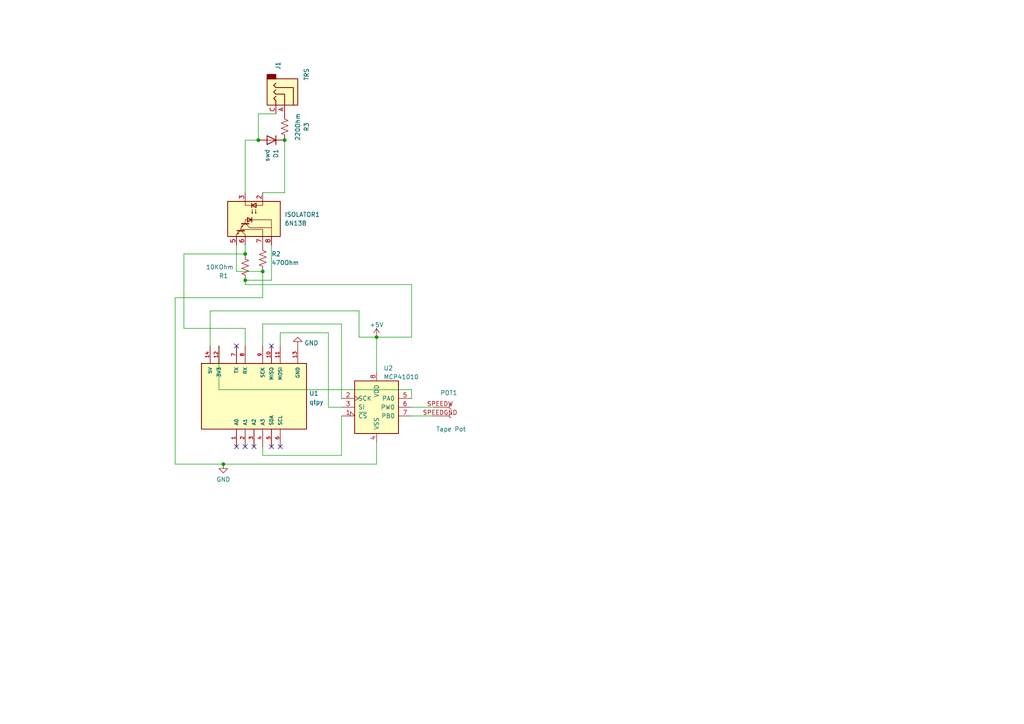
<source format=kicad_sch>
(kicad_sch (version 20211123) (generator eeschema)
  (paper "A4")
  (lib_symbols
    (symbol "Connector:AudioJack3"
      (property "Reference" "J1" (at -8.89 -1.905 0))
      (property "Value" "TRS" (at -6.35 6.35 0))
      (symbol "AudioJack3_0_1"
        (rectangle (start -5.08 -5.08) (end -6.35 -2.54) (stroke (width 0.254)) (fill (type outline)))
        (polyline (pts (xy 0 -2.54) (xy 0.635 -3.175) (xy 1.27 -2.54) (xy 2.54 -2.54)) (stroke (width 0.254)))
        (polyline (pts (xy -1.905 -2.54) (xy -1.27 -3.175) (xy -0.635 -2.54) (xy -0.635 0) (xy 2.54 0)) (stroke (width 0.254)))
        (polyline (pts (xy 2.54 2.54) (xy -2.54 2.54) (xy -2.54 -2.54) (xy -3.175 -3.175) (xy -3.81 -2.54)) (stroke (width 0.254)))
        (rectangle (start 2.54 3.81) (end -5.08 -5.08) (stroke (width 0.254)) (fill (type background)))
      )
      (symbol "AudioJack3_1_1"
        (pin passive line (at 5.08 0 180) (length 2.54) (name "~") (number "A"))
        (pin passive line (at 5.08 -2.54 180) (length 2.54) (name "~") (number "C"))
      )
    )
    (symbol "Connector:Conn_01x02_Female" (pin_names (offset 1.016) hide)
      (property "Reference" "POT1" (at 0.7112 -0.4353 0))
      (property "Value" "Tape Pot" (at 0.7112 -2.9722 0))
      (symbol "Conn_01x02_Female_1_1"
        (arc (start 0 -2.032) (mid -0.508 -2.54) (end 0 -3.048) (stroke (width 0.1524)))
        (polyline (pts (xy -1.27 -2.54) (xy -0.508 -2.54)) (stroke (width 0.1524)))
        (polyline (pts (xy -1.27 0) (xy -0.508 0)) (stroke (width 0.1524)))
        (arc (start 0 0.508) (mid -0.508 0) (end 0 -0.508) (stroke (width 0.1524)))
        (pin passive line (at -5.08 0 0) (length 3.81) (name "SPEEDGND") (number "SPEEDGND"))
        (pin passive line (at -5.08 -2.54 0) (length 3.81) (name "SPEEDW") (number "SPEEDW"))
      )
    )
    (symbol "Device:R_US" (pin_numbers hide) (pin_names (offset 0))
      (property "Reference" "R" (at 2.54 0 90))
      (property "Value" "R_US" (at -2.54 0 90))
      (symbol "R_US_0_1"
        (polyline (pts (xy 0 -2.286) (xy 0 -2.54)))
        (polyline (pts (xy 0 2.286) (xy 0 2.54)))
        (polyline (pts (xy 0 -0.762) (xy 1.016 -1.143) (xy 0 -1.524) (xy -1.016 -1.905) (xy 0 -2.286)))
        (polyline (pts (xy 0 0.762) (xy 1.016 0.381) (xy 0 0) (xy -1.016 -0.381) (xy 0 -0.762)))
        (polyline (pts (xy 0 2.286) (xy 1.016 1.905) (xy 0 1.524) (xy -1.016 1.143) (xy 0 0.762)))
      )
      (symbol "R_US_1_1"
        (pin passive line (at 0 3.81 270) (length 1.27) (name "~") (number "1"))
        (pin passive line (at 0 -3.81 90) (length 1.27) (name "~") (number "2"))
      )
    )
    (symbol "Diode:MMSD4148" (pin_numbers hide) (pin_names hide)
      (property "Reference" "D" (at 0 2.54 0))
      (property "Value" "MMSD4148" (at 0 -2.54 0))
      (symbol "MMSD4148_0_1"
        (polyline (pts (xy -1.27 1.27) (xy -1.27 -1.27)) (stroke (width 0.254)))
        (polyline (pts (xy 1.27 0) (xy -1.27 0)))
        (polyline (pts (xy 1.27 1.27) (xy 1.27 -1.27) (xy -1.27 0) (xy 1.27 1.27)) (stroke (width 0.254)))
      )
      (symbol "MMSD4148_1_1"
        (pin passive line (at -3.81 0 0) (length 2.54) (name "K") (number "1"))
        (pin passive line (at 3.81 0 180) (length 2.54) (name "A") (number "2"))
      )
    )
    (symbol "Isolator:6N138" (pin_names (offset 1.016) hide)
      (property "Reference" "U" (at -4.064 8.89 0))
      (property "Value" "6N138" (at 2.286 8.89 0))
      (symbol "6N138_0_1"
        (rectangle (start -5.08 7.62) (end 5.08 -7.62) (stroke (width 0.254)) (fill (type background)))
        (polyline (pts (xy -4.572 -0.635) (xy -3.302 -0.635)) (stroke (width 0.254)))
        (polyline (pts (xy 0.889 -0.635) (xy -0.381 -0.635)) (stroke (width 0.254)))
        (polyline (pts (xy 1.397 -2.667) (xy 2.54 -3.81)))
        (polyline (pts (xy 1.397 -2.413) (xy 2.54 -1.27)))
        (polyline (pts (xy 2.54 -3.81) (xy 3.175 -3.81)))
        (polyline (pts (xy 3.429 -3.937) (xy 4.572 -5.08)))
        (polyline (pts (xy 3.429 -3.683) (xy 4.572 -2.54)))
        (polyline (pts (xy 4.572 -5.08) (xy 5.08 -5.08)))
        (polyline (pts (xy 4.572 -2.54) (xy 5.08 -2.54)))
        (polyline (pts (xy 1.397 -1.524) (xy 1.397 -3.556) (xy 1.397 -3.556)) (stroke (width 0.3556)))
        (polyline (pts (xy 2.54 -1.27) (xy 2.54 5.08) (xy 5.08 5.08)))
        (polyline (pts (xy 3.429 -2.794) (xy 3.429 -4.826) (xy 3.429 -4.826)) (stroke (width 0.3556)))
        (polyline (pts (xy 5.08 2.54) (xy 3.048 2.54) (xy 3.048 -3.81)))
        (polyline (pts (xy -5.08 -2.54) (xy -3.937 -2.54) (xy -3.937 2.54) (xy -5.08 2.54)))
        (polyline (pts (xy -3.937 -0.635) (xy -4.572 0.635) (xy -3.302 0.635) (xy -3.937 -0.635)) (stroke (width 0.254)))
        (polyline (pts (xy 0.254 -0.635) (xy 0.889 -1.905) (xy -0.381 -1.905) (xy 0.254 -0.635)) (stroke (width 0.254)))
        (polyline (pts (xy 1.27 -2.54) (xy 0.254 -2.54) (xy 0.254 5.08) (xy 2.54 5.08)))
        (polyline (pts (xy 2.413 -3.683) (xy 2.159 -3.175) (xy 1.905 -3.429) (xy 2.413 -3.683)))
        (polyline (pts (xy 4.445 -4.953) (xy 4.191 -4.445) (xy 3.937 -4.699) (xy 4.445 -4.953)))
        (polyline (pts (xy -2.794 -0.508) (xy -1.524 -0.508) (xy -1.905 -0.635) (xy -1.905 -0.381) (xy -1.524 -0.508)))
        (polyline (pts (xy -2.794 0.508) (xy -1.524 0.508) (xy -1.905 0.381) (xy -1.905 0.635) (xy -1.524 0.508)))
      )
      (symbol "6N138_1_1"
        (pin no_connect line (at -5.08 5.08 0) (length 2.54) hide (name "NC") (number "1"))
        (pin passive line (at -7.62 2.54 0) (length 2.54) (name "C1") (number "2"))
        (pin passive line (at -7.62 -2.54 0) (length 2.54) (name "C2") (number "3"))
        (pin no_connect line (at -5.08 -5.08 0) (length 2.54) hide (name "NC") (number "4"))
        (pin passive line (at 7.62 -5.08 180) (length 2.54) (name "GND") (number "5"))
        (pin passive line (at 7.62 -2.54 180) (length 2.54) (name "VO2") (number "6"))
        (pin passive line (at 7.62 2.54 180) (length 2.54) (name "VO1") (number "7"))
        (pin passive line (at 7.62 5.08 180) (length 2.54) (name "VCC") (number "8"))
      )
    )
    (symbol "MCU_Microchip_SAMD:qtpy" (pin_names (offset 1.016))
      (property "Reference" "U?" (at -17.78 19.05 0))
      (property "Value" "qtpy" (at -16.51 16.51 0))
      (symbol "qtpy_0_0"
        (rectangle (start -25.4 15.24) (end -6.35 -15.24) (stroke (width 0.254)) (fill (type background)))
        (pin bidirectional line (at -30.48 5.08 0) (length 5.08) (name "A0") (number "1"))
        (pin bidirectional line (at -1.27 -5.08 180) (length 5.08) (name "MISO") (number "10"))
        (pin bidirectional line (at -1.27 -7.62 180) (length 5.08) (name "MOSI") (number "11"))
        (pin power_in line (at -1.27 10.16 180) (length 5.08) (name "3V3") (number "12"))
        (pin power_in line (at -1.27 -12.7 180) (length 5.08) (name "GND") (number "13"))
        (pin power_in line (at -1.27 12.7 180) (length 5.08) (name "5V") (number "14"))
        (pin bidirectional line (at -30.48 2.54 0) (length 5.08) (name "A1") (number "2"))
        (pin bidirectional line (at -30.48 0 0) (length 5.08) (name "A2") (number "3"))
        (pin bidirectional line (at -30.48 -2.54 0) (length 5.08) (name "A3") (number "4"))
        (pin bidirectional line (at -30.48 -5.08 0) (length 5.08) (name "SDA") (number "5"))
        (pin bidirectional line (at -30.48 -7.62 0) (length 5.08) (name "SCL") (number "6"))
        (pin bidirectional line (at -1.27 5.08 180) (length 5.08) (name "TX") (number "7"))
        (pin bidirectional line (at -1.27 2.54 180) (length 5.08) (name "RX") (number "8"))
        (pin bidirectional line (at -1.27 -2.54 180) (length 5.08) (name "SCK") (number "9"))
      )
    )
    (symbol "Potentiometer_Digital:MCP41010" (pin_names (offset 1.016))
      (property "Reference" "U" (at -6.35 8.89 0))
      (property "Value" "MCP41010" (at 1.27 8.89 0))
      (symbol "MCP41010_0_1"
        (rectangle (start -6.35 7.62) (end 6.35 -7.62) (stroke (width 0.254)) (fill (type background)))
      )
      (symbol "MCP41010_1_1"
        (pin input input_low (at -10.16 -2.54 0) (length 3.81) (name "~{CS}") (number "1"))
        (pin passive clock (at -10.16 2.54 0) (length 3.81) (name "SCK") (number "2"))
        (pin input line (at -10.16 0 0) (length 3.81) (name "SI") (number "3"))
        (pin power_in line (at 0 -10.16 90) (length 2.54) (name "VSS") (number "4"))
        (pin passive line (at 10.16 2.54 180) (length 3.81) (name "PA0") (number "5"))
        (pin passive line (at 10.16 0 180) (length 3.81) (name "PW0") (number "6"))
        (pin passive line (at 10.16 -2.54 180) (length 3.81) (name "PB0") (number "7"))
        (pin power_in line (at 0 10.16 270) (length 2.54) (name "VDD") (number "8"))
      )
    )
    (symbol "power:+5V" (power) (pin_names (offset 0))
      (property "Value" "+5V" (at 0 3.556 0))
      (symbol "+5V_0_1"
        (polyline (pts (xy -0.762 1.27) (xy 0 2.54)))
        (polyline (pts (xy 0 0) (xy 0 2.54)))
        (polyline (pts (xy 0 2.54) (xy 0.762 1.27)))
      )
      (symbol "+5V_1_1"
        (pin power_in line (at 0 0 90) (length 0) hide (name "+5V") (number "1"))
      )
    )
    (symbol "power:GND" (power) (pin_names (offset 0))
      (property "Value" "GND" (at 0 -3.81 0))
      (symbol "GND_0_1"
        (polyline (pts (xy 0 0) (xy 0 -1.27) (xy 1.27 -1.27) (xy 0 -2.54) (xy -1.27 -1.27) (xy 0 -1.27)))
      )
      (symbol "GND_1_1"
        (pin power_in line (at 0 0 270) (length 0) hide (name "GND") (number "1"))
      )
    )
  )
  (junction (at 71.12 73.66))
  (junction (at 64.77 134.62))
  (junction (at 76.2 78.74))
  (junction (at 74.93 40.64))
  (junction (at 71.12 81.28))
  (junction (at 82.55 40.64))
  (junction (at 109.22 97.79))
  (no_connect (at 71.12 129.54))
  (no_connect (at 73.66 129.54))
  (no_connect (at 78.74 100.33))
  (no_connect (at 68.58 100.33))
  (no_connect (at 78.74 129.54))
  (no_connect (at 81.28 129.54))
  (no_connect (at 68.58 129.54))
  (wire (pts (xy 78.74 71.12) (xy 78.74 81.28)))
  (wire (pts (xy 95.25 96.52) (xy 95.25 118.11)))
  (wire (pts (xy 99.06 115.57) (xy 99.06 93.98)))
  (wire (pts (xy 81.28 100.33) (xy 81.28 96.52)))
  (wire (pts (xy 82.55 55.88) (xy 76.2 55.88)))
  (wire (pts (xy 76.2 93.98) (xy 76.2 100.33)))
  (wire (pts (xy 60.96 90.17) (xy 104.14 90.17)))
  (wire (pts (xy 74.93 33.02) (xy 74.93 40.64)))
  (wire (pts (xy 71.12 73.66) (xy 53.34 73.66)))
  (wire (pts (xy 63.5 113.03) (xy 119.38 113.03)))
  (wire (pts (xy 64.77 134.62) (xy 109.22 134.62)))
  (wire (pts (xy 53.34 73.66) (xy 53.34 95.25)))
  (wire (pts (xy 68.58 78.74) (xy 76.2 78.74)))
  (wire (pts (xy 71.12 73.66) (xy 71.12 71.12)))
  (wire (pts (xy 76.2 86.36) (xy 50.8 86.36)))
  (wire (pts (xy 71.12 82.55) (xy 119.38 82.55)))
  (wire (pts (xy 82.55 40.64) (xy 82.55 55.88)))
  (wire (pts (xy 99.06 93.98) (xy 76.2 93.98)))
  (wire (pts (xy 71.12 100.33) (xy 71.12 95.25)))
  (wire (pts (xy 80.01 33.02) (xy 74.93 33.02)))
  (wire (pts (xy 50.8 134.62) (xy 64.77 134.62)))
  (wire (pts (xy 104.14 90.17) (xy 104.14 97.79)))
  (wire (pts (xy 109.22 128.27) (xy 109.22 134.62)))
  (wire (pts (xy 81.28 96.52) (xy 95.25 96.52)))
  (wire (pts (xy 71.12 40.64) (xy 74.93 40.64)))
  (wire (pts (xy 71.12 81.28) (xy 71.12 82.55)))
  (wire (pts (xy 99.06 120.65) (xy 99.06 132.08)))
  (wire (pts (xy 71.12 55.88) (xy 71.12 40.64)))
  (wire (pts (xy 95.25 118.11) (xy 99.06 118.11)))
  (wire (pts (xy 125.73 120.65) (xy 119.38 120.65)))
  (wire (pts (xy 71.12 81.28) (xy 78.74 81.28)))
  (wire (pts (xy 50.8 86.36) (xy 50.8 134.62)))
  (wire (pts (xy 109.22 107.95) (xy 109.22 97.79)))
  (wire (pts (xy 104.14 97.79) (xy 109.22 97.79)))
  (wire (pts (xy 53.34 95.25) (xy 71.12 95.25)))
  (wire (pts (xy 119.38 97.79) (xy 109.22 97.79)))
  (wire (pts (xy 125.73 118.11) (xy 119.38 118.11)))
  (wire (pts (xy 76.2 129.54) (xy 76.2 132.08)))
  (wire (pts (xy 76.2 132.08) (xy 99.06 132.08)))
  (wire (pts (xy 119.38 82.55) (xy 119.38 97.79)))
  (wire (pts (xy 119.38 113.03) (xy 119.38 115.57)))
  (wire (pts (xy 68.58 71.12) (xy 68.58 78.74)))
  (wire (pts (xy 76.2 78.74) (xy 76.2 86.36)))
  (wire (pts (xy 60.96 100.33) (xy 60.96 90.17)))
  (wire (pts (xy 63.5 100.33) (xy 63.5 113.03)))
  (symbol (lib_id "Device:R_US") (at 82.55 36.83 0) (unit 1)
    (property "Reference" "R3" (at 88.9 36.83 90))
    (property "Value" "220Ohm" (at 86.36 36.83 90))
    (property "Footprint" "Resistor_SMD:R_0805_2012Metric" (effects hide))
  )
  (symbol (lib_id "Diode:MMSD4148") (at 78.74 40.64 180) (unit 1)
    (property "Reference" "D1" (at 80.0101 43.18 90) (effects (justify left)))
    (property "Value" "swd" (at 77.4701 43.18 90) (effects (justify left)))
    (property "Footprint" "Diode_SMD:D_SOD-123" (effects hide))
    (property "Datasheet" "https://www.onsemi.com/pub/Collateral/MMSD4148T1-D.PDF" (effects hide))
  )
  (symbol (lib_id "power:GND") (at 64.77 134.62 0) (unit 1)
    (property "Reference" "#PWR0102" (effects hide))
    (property "Value" "GND" (at 64.77 139.0634 0))
  )
  (symbol (lib_id "Connector:AudioJack3") (at 82.55 27.94 270) (unit 1)
    (property "Reference" "J1" (at 80.645 19.05 0))
    (property "Value" "TRS" (at 88.9 21.59 0))
    (property "Footprint" "Connector_PinHeader_1.27mm:PinHeader_1x02_P1.27mm_Vertical" (effects hide))
  )
  (symbol (lib_id "Isolator:6N138") (at 73.66 63.5 270) (unit 1)
    (property "Reference" "ISOLATOR1" (at 82.55 62.2299 90) (effects (justify left)))
    (property "Value" "6N138" (at 82.55 64.7699 90) (effects (justify left)))
    (property "Footprint" "Package_DIP:SMDIP-8_W9.53mm" (effects hide))
    (property "Datasheet" "http://www.onsemi.com/pub/Collateral/HCPL2731-D.pdf" (effects hide))
  )
  (symbol (lib_id "MCU_Microchip_SAMD:qtpy") (at 73.66 99.06 90) (unit 1)
    (property "Reference" "U1" (at 89.662 114.1003 90) (effects (justify right)))
    (property "Value" "qtpy" (at 89.662 116.6372 90) (effects (justify right)))
    (property "Footprint" "adafruit:qtpy" (effects hide))
    (property "PARTREV" "N/A" (effects hide))
    (property "MANUFACTURER" "ADAFRUIT" (effects hide))
    (property "MAXIMUM_PACKAGE_HEIGHT" "N/A" (effects hide))
    (property "SNAPEDA_PN" "4900" (effects hide))
    (property "STANDARD" "RP2040" (effects hide))
  )
  (symbol (lib_id "power:+5V") (at 109.22 97.79 0) (unit 1)
    (property "Reference" "#PWR0101" (effects hide))
    (property "Value" "+5V" (at 109.22 94.2142 0))
  )
  (symbol (lib_id "power:GND") (at 86.36 100.33 180) (unit 1)
    (property "Reference" "#PWR01" (effects hide))
    (property "Value" "GND" (at 88.265 99.4938 0) (effects (justify right)))
  )
  (symbol (lib_id "Connector:Conn_01x02_Female") (at 130.81 120.65 0) (mirror x) (unit 1)
    (property "Reference" "POT1" (at 130.175 113.953 0))
    (property "Value" "Tape Pot" (at 130.81 124.46 0))
    (property "Footprint" "Connector_PinHeader_1.27mm:PinHeader_1x02_P1.27mm_Vertical" (effects hide))
  )
  (symbol (lib_id "Potentiometer_Digital:MCP41010") (at 109.22 118.11 0) (unit 1)
    (property "Reference" "U2" (at 111.2394 106.7902 0) (effects (justify left)))
    (property "Value" "MCP41010" (at 111.2394 109.3271 0) (effects (justify left)))
    (property "Footprint" "Package_SO:SOIC-8_3.9x4.9mm_P1.27mm" (effects hide))
    (property "Datasheet" "http://ww1.microchip.com/downloads/en/DeviceDoc/11195c.pdf" (effects hide))
  )
  (symbol (lib_id "Device:R_US") (at 71.12 77.47 0) (unit 1)
    (property "Reference" "R1" (at 63.5 80.01 0) (effects (justify left)))
    (property "Value" "10KOhm" (at 59.69 77.47 0) (effects (justify left)))
    (property "Footprint" "Resistor_SMD:R_0805_2012Metric_Pad1.20x1.40mm_HandSolder" (effects hide))
  )
  (symbol (lib_id "Device:R_US") (at 76.2 74.93 0) (unit 1)
    (property "Reference" "R2" (at 78.74 73.6599 0) (effects (justify left)))
    (property "Value" "470Ohm" (at 78.74 76.1999 0) (effects (justify left)))
    (property "Footprint" "Resistor_SMD:R_1206_3216Metric_Pad1.30x1.75mm_HandSolder" (effects hide))
  )
)
</source>
